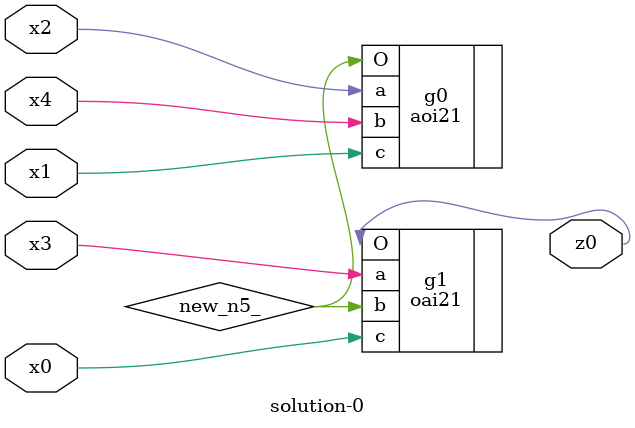
<source format=v>
module \solution-0 (
  x0, x1, x2, x3, x4,
  z0 );
  input x0, x1, x2, x3, x4;
  output z0;
  wire new_n5_;
  aoi21  g0(.a(x2), .b(x4), .c(x1), .O(new_n5_));
  oai21  g1(.a(x3), .b(new_n5_), .c(x0), .O(z0));
endmodule

</source>
